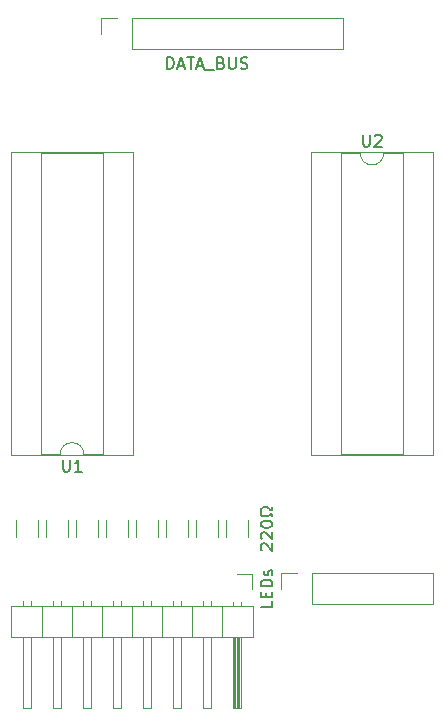
<source format=gbr>
%TF.GenerationSoftware,KiCad,Pcbnew,(6.0.9-0)*%
%TF.CreationDate,2022-12-20T01:23:06-08:00*%
%TF.ProjectId,OSKI8_REGISTER,4f534b49-385f-4524-9547-49535445522e,rev?*%
%TF.SameCoordinates,Original*%
%TF.FileFunction,Legend,Top*%
%TF.FilePolarity,Positive*%
%FSLAX46Y46*%
G04 Gerber Fmt 4.6, Leading zero omitted, Abs format (unit mm)*
G04 Created by KiCad (PCBNEW (6.0.9-0)) date 2022-12-20 01:23:06*
%MOMM*%
%LPD*%
G01*
G04 APERTURE LIST*
%ADD10C,0.150000*%
%ADD11C,0.120000*%
G04 APERTURE END LIST*
D10*
%TO.C,DATA_BUS1*%
X146479047Y-65222380D02*
X146479047Y-64222380D01*
X146717142Y-64222380D01*
X146860000Y-64270000D01*
X146955238Y-64365238D01*
X147002857Y-64460476D01*
X147050476Y-64650952D01*
X147050476Y-64793809D01*
X147002857Y-64984285D01*
X146955238Y-65079523D01*
X146860000Y-65174761D01*
X146717142Y-65222380D01*
X146479047Y-65222380D01*
X147431428Y-64936666D02*
X147907619Y-64936666D01*
X147336190Y-65222380D02*
X147669523Y-64222380D01*
X148002857Y-65222380D01*
X148193333Y-64222380D02*
X148764761Y-64222380D01*
X148479047Y-65222380D02*
X148479047Y-64222380D01*
X149050476Y-64936666D02*
X149526666Y-64936666D01*
X148955238Y-65222380D02*
X149288571Y-64222380D01*
X149621904Y-65222380D01*
X149717142Y-65317619D02*
X150479047Y-65317619D01*
X151050476Y-64698571D02*
X151193333Y-64746190D01*
X151240952Y-64793809D01*
X151288571Y-64889047D01*
X151288571Y-65031904D01*
X151240952Y-65127142D01*
X151193333Y-65174761D01*
X151098095Y-65222380D01*
X150717142Y-65222380D01*
X150717142Y-64222380D01*
X151050476Y-64222380D01*
X151145714Y-64270000D01*
X151193333Y-64317619D01*
X151240952Y-64412857D01*
X151240952Y-64508095D01*
X151193333Y-64603333D01*
X151145714Y-64650952D01*
X151050476Y-64698571D01*
X150717142Y-64698571D01*
X151717142Y-64222380D02*
X151717142Y-65031904D01*
X151764761Y-65127142D01*
X151812380Y-65174761D01*
X151907619Y-65222380D01*
X152098095Y-65222380D01*
X152193333Y-65174761D01*
X152240952Y-65127142D01*
X152288571Y-65031904D01*
X152288571Y-64222380D01*
X152717142Y-65174761D02*
X152860000Y-65222380D01*
X153098095Y-65222380D01*
X153193333Y-65174761D01*
X153240952Y-65127142D01*
X153288571Y-65031904D01*
X153288571Y-64936666D01*
X153240952Y-64841428D01*
X153193333Y-64793809D01*
X153098095Y-64746190D01*
X152907619Y-64698571D01*
X152812380Y-64650952D01*
X152764761Y-64603333D01*
X152717142Y-64508095D01*
X152717142Y-64412857D01*
X152764761Y-64317619D01*
X152812380Y-64270000D01*
X152907619Y-64222380D01*
X153145714Y-64222380D01*
X153288571Y-64270000D01*
%TO.C,U2*%
X163068095Y-70782380D02*
X163068095Y-71591904D01*
X163115714Y-71687142D01*
X163163333Y-71734761D01*
X163258571Y-71782380D01*
X163449047Y-71782380D01*
X163544285Y-71734761D01*
X163591904Y-71687142D01*
X163639523Y-71591904D01*
X163639523Y-70782380D01*
X164068095Y-70877619D02*
X164115714Y-70830000D01*
X164210952Y-70782380D01*
X164449047Y-70782380D01*
X164544285Y-70830000D01*
X164591904Y-70877619D01*
X164639523Y-70972857D01*
X164639523Y-71068095D01*
X164591904Y-71210952D01*
X164020476Y-71782380D01*
X164639523Y-71782380D01*
%TO.C,LED_OUT1*%
X155392380Y-110267619D02*
X155392380Y-110743809D01*
X154392380Y-110743809D01*
X154868571Y-109934285D02*
X154868571Y-109600952D01*
X155392380Y-109458095D02*
X155392380Y-109934285D01*
X154392380Y-109934285D01*
X154392380Y-109458095D01*
X155392380Y-109029523D02*
X154392380Y-109029523D01*
X154392380Y-108791428D01*
X154440000Y-108648571D01*
X154535238Y-108553333D01*
X154630476Y-108505714D01*
X154820952Y-108458095D01*
X154963809Y-108458095D01*
X155154285Y-108505714D01*
X155249523Y-108553333D01*
X155344761Y-108648571D01*
X155392380Y-108791428D01*
X155392380Y-109029523D01*
X155344761Y-108077142D02*
X155392380Y-107981904D01*
X155392380Y-107791428D01*
X155344761Y-107696190D01*
X155249523Y-107648571D01*
X155201904Y-107648571D01*
X155106666Y-107696190D01*
X155059047Y-107791428D01*
X155059047Y-107934285D01*
X155011428Y-108029523D01*
X154916190Y-108077142D01*
X154868571Y-108077142D01*
X154773333Y-108029523D01*
X154725714Y-107934285D01*
X154725714Y-107791428D01*
X154773333Y-107696190D01*
%TO.C,R7*%
X154487619Y-105949523D02*
X154440000Y-105901904D01*
X154392380Y-105806666D01*
X154392380Y-105568571D01*
X154440000Y-105473333D01*
X154487619Y-105425714D01*
X154582857Y-105378095D01*
X154678095Y-105378095D01*
X154820952Y-105425714D01*
X155392380Y-105997142D01*
X155392380Y-105378095D01*
X154487619Y-104997142D02*
X154440000Y-104949523D01*
X154392380Y-104854285D01*
X154392380Y-104616190D01*
X154440000Y-104520952D01*
X154487619Y-104473333D01*
X154582857Y-104425714D01*
X154678095Y-104425714D01*
X154820952Y-104473333D01*
X155392380Y-105044761D01*
X155392380Y-104425714D01*
X154392380Y-103806666D02*
X154392380Y-103711428D01*
X154440000Y-103616190D01*
X154487619Y-103568571D01*
X154582857Y-103520952D01*
X154773333Y-103473333D01*
X155011428Y-103473333D01*
X155201904Y-103520952D01*
X155297142Y-103568571D01*
X155344761Y-103616190D01*
X155392380Y-103711428D01*
X155392380Y-103806666D01*
X155344761Y-103901904D01*
X155297142Y-103949523D01*
X155201904Y-103997142D01*
X155011428Y-104044761D01*
X154773333Y-104044761D01*
X154582857Y-103997142D01*
X154487619Y-103949523D01*
X154440000Y-103901904D01*
X154392380Y-103806666D01*
X155392380Y-103092380D02*
X155392380Y-102854285D01*
X155201904Y-102854285D01*
X155154285Y-102949523D01*
X155059047Y-103044761D01*
X154916190Y-103092380D01*
X154678095Y-103092380D01*
X154535238Y-103044761D01*
X154440000Y-102949523D01*
X154392380Y-102806666D01*
X154392380Y-102616190D01*
X154440000Y-102473333D01*
X154535238Y-102378095D01*
X154678095Y-102330476D01*
X154916190Y-102330476D01*
X155059047Y-102378095D01*
X155154285Y-102473333D01*
X155201904Y-102568571D01*
X155392380Y-102568571D01*
X155392380Y-102330476D01*
%TO.C,U1*%
X137668095Y-98302380D02*
X137668095Y-99111904D01*
X137715714Y-99207142D01*
X137763333Y-99254761D01*
X137858571Y-99302380D01*
X138049047Y-99302380D01*
X138144285Y-99254761D01*
X138191904Y-99207142D01*
X138239523Y-99111904D01*
X138239523Y-98302380D01*
X139239523Y-99302380D02*
X138668095Y-99302380D01*
X138953809Y-99302380D02*
X138953809Y-98302380D01*
X138858571Y-98445238D01*
X138763333Y-98540476D01*
X138668095Y-98588095D01*
D11*
%TO.C,R6*%
X146410000Y-103412936D02*
X146410000Y-104867064D01*
X148230000Y-103412936D02*
X148230000Y-104867064D01*
%TO.C,DATA_BUS1*%
X161365000Y-63560000D02*
X161365000Y-60900000D01*
X140925000Y-62230000D02*
X140925000Y-60900000D01*
X143525000Y-60900000D02*
X161365000Y-60900000D01*
X143525000Y-63560000D02*
X161365000Y-63560000D01*
X143525000Y-63560000D02*
X143525000Y-60900000D01*
X140925000Y-60900000D02*
X142255000Y-60900000D01*
%TO.C,R0*%
X153310000Y-103412936D02*
X153310000Y-104867064D01*
X151490000Y-103412936D02*
X151490000Y-104867064D01*
%TO.C,R1*%
X135530000Y-103412936D02*
X135530000Y-104867064D01*
X133710000Y-103412936D02*
X133710000Y-104867064D01*
%TO.C,U2*%
X166480000Y-97850000D02*
X166480000Y-72330000D01*
X158690000Y-97910000D02*
X168970000Y-97910000D01*
X168970000Y-72270000D02*
X158690000Y-72270000D01*
X168970000Y-97910000D02*
X168970000Y-72270000D01*
X161180000Y-97850000D02*
X166480000Y-97850000D01*
X162830000Y-72330000D02*
X161180000Y-72330000D01*
X158690000Y-72270000D02*
X158690000Y-97910000D01*
X166480000Y-72330000D02*
X164830000Y-72330000D01*
X161180000Y-72330000D02*
X161180000Y-97850000D01*
X162830000Y-72330000D02*
G75*
G03*
X164830000Y-72330000I1000000J0D01*
G01*
%TO.C,CONTROL1*%
X156150000Y-107890000D02*
X157480000Y-107890000D01*
X158750000Y-107890000D02*
X168970000Y-107890000D01*
X156150000Y-109220000D02*
X156150000Y-107890000D01*
X158750000Y-110550000D02*
X158750000Y-107890000D01*
X168970000Y-110550000D02*
X168970000Y-107890000D01*
X158750000Y-110550000D02*
X168970000Y-110550000D01*
%TO.C,LED_OUT1*%
X152780000Y-110330000D02*
X152780000Y-110660000D01*
X140080000Y-119320000D02*
X139320000Y-119320000D01*
X135000000Y-113320000D02*
X135000000Y-119320000D01*
X147700000Y-119320000D02*
X146940000Y-119320000D01*
X133290000Y-113320000D02*
X153730000Y-113320000D01*
X140080000Y-113320000D02*
X140080000Y-119320000D01*
X142620000Y-113320000D02*
X142620000Y-119320000D01*
X141860000Y-119320000D02*
X141860000Y-113320000D01*
X146940000Y-110262929D02*
X146940000Y-110660000D01*
X144400000Y-119320000D02*
X144400000Y-113320000D01*
X147700000Y-113320000D02*
X147700000Y-119320000D01*
X152720000Y-113320000D02*
X152720000Y-119320000D01*
X141860000Y-110262929D02*
X141860000Y-110660000D01*
X145160000Y-110262929D02*
X145160000Y-110660000D01*
X152780000Y-119320000D02*
X152020000Y-119320000D01*
X140080000Y-110262929D02*
X140080000Y-110660000D01*
X152020000Y-119320000D02*
X152020000Y-113320000D01*
X152240000Y-113320000D02*
X152240000Y-119320000D01*
X139320000Y-119320000D02*
X139320000Y-113320000D01*
X152120000Y-113320000D02*
X152120000Y-119320000D01*
X152020000Y-110330000D02*
X152020000Y-110660000D01*
X152400000Y-107950000D02*
X153670000Y-107950000D01*
X144400000Y-110262929D02*
X144400000Y-110660000D01*
X147700000Y-110262929D02*
X147700000Y-110660000D01*
X152780000Y-113320000D02*
X152780000Y-119320000D01*
X142620000Y-119320000D02*
X141860000Y-119320000D01*
X137540000Y-113320000D02*
X137540000Y-119320000D01*
X134240000Y-119320000D02*
X134240000Y-113320000D01*
X137540000Y-110262929D02*
X137540000Y-110660000D01*
X145160000Y-113320000D02*
X145160000Y-119320000D01*
X136780000Y-119320000D02*
X136780000Y-113320000D01*
X149480000Y-119320000D02*
X149480000Y-113320000D01*
X152480000Y-113320000D02*
X152480000Y-119320000D01*
X142620000Y-110262929D02*
X142620000Y-110660000D01*
X149480000Y-110262929D02*
X149480000Y-110660000D01*
X153730000Y-113320000D02*
X153730000Y-110660000D01*
X133290000Y-110660000D02*
X133290000Y-113320000D01*
X152360000Y-113320000D02*
X152360000Y-119320000D01*
X136780000Y-110262929D02*
X136780000Y-110660000D01*
X153730000Y-110660000D02*
X133290000Y-110660000D01*
X150240000Y-113320000D02*
X150240000Y-119320000D01*
X135000000Y-119320000D02*
X134240000Y-119320000D01*
X145160000Y-119320000D02*
X144400000Y-119320000D01*
X148590000Y-110660000D02*
X148590000Y-113320000D01*
X146940000Y-119320000D02*
X146940000Y-113320000D01*
X134240000Y-110262929D02*
X134240000Y-110660000D01*
X135000000Y-110262929D02*
X135000000Y-110660000D01*
X138430000Y-110660000D02*
X138430000Y-113320000D01*
X150240000Y-110262929D02*
X150240000Y-110660000D01*
X151130000Y-110660000D02*
X151130000Y-113320000D01*
X135890000Y-110660000D02*
X135890000Y-113320000D01*
X150240000Y-119320000D02*
X149480000Y-119320000D01*
X152600000Y-113320000D02*
X152600000Y-119320000D01*
X139320000Y-110262929D02*
X139320000Y-110660000D01*
X137540000Y-119320000D02*
X136780000Y-119320000D01*
X143510000Y-110660000D02*
X143510000Y-113320000D01*
X140970000Y-110660000D02*
X140970000Y-113320000D01*
X146050000Y-110660000D02*
X146050000Y-113320000D01*
X153670000Y-107950000D02*
X153670000Y-109220000D01*
%TO.C,R7*%
X148950000Y-103412936D02*
X148950000Y-104867064D01*
X150770000Y-103412936D02*
X150770000Y-104867064D01*
%TO.C,R5*%
X145690000Y-103412936D02*
X145690000Y-104867064D01*
X143870000Y-103412936D02*
X143870000Y-104867064D01*
%TO.C,U1*%
X135780000Y-97850000D02*
X137430000Y-97850000D01*
X135780000Y-72330000D02*
X135780000Y-97850000D01*
X139430000Y-97850000D02*
X141080000Y-97850000D01*
X143570000Y-72270000D02*
X133290000Y-72270000D01*
X143570000Y-97910000D02*
X143570000Y-72270000D01*
X141080000Y-72330000D02*
X135780000Y-72330000D01*
X133290000Y-72270000D02*
X133290000Y-97910000D01*
X133290000Y-97910000D02*
X143570000Y-97910000D01*
X141080000Y-97850000D02*
X141080000Y-72330000D01*
X139430000Y-97850000D02*
G75*
G03*
X137430000Y-97850000I-1000000J0D01*
G01*
%TO.C,R3*%
X138790000Y-103412936D02*
X138790000Y-104867064D01*
X140610000Y-103412936D02*
X140610000Y-104867064D01*
%TO.C,R2*%
X138070000Y-103412936D02*
X138070000Y-104867064D01*
X136250000Y-103412936D02*
X136250000Y-104867064D01*
%TO.C,R4*%
X143150000Y-103412936D02*
X143150000Y-104867064D01*
X141330000Y-103412936D02*
X141330000Y-104867064D01*
%TD*%
M02*

</source>
